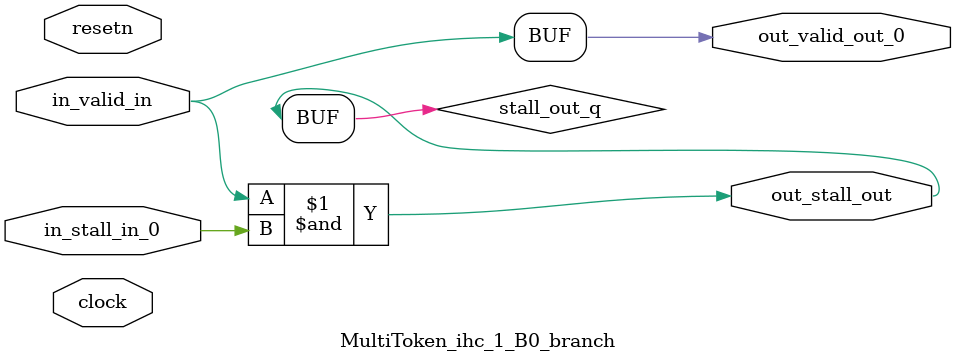
<source format=sv>



(* altera_attribute = "-name AUTO_SHIFT_REGISTER_RECOGNITION OFF; -name MESSAGE_DISABLE 10036; -name MESSAGE_DISABLE 10037; -name MESSAGE_DISABLE 14130; -name MESSAGE_DISABLE 14320; -name MESSAGE_DISABLE 15400; -name MESSAGE_DISABLE 14130; -name MESSAGE_DISABLE 10036; -name MESSAGE_DISABLE 12020; -name MESSAGE_DISABLE 12030; -name MESSAGE_DISABLE 12010; -name MESSAGE_DISABLE 12110; -name MESSAGE_DISABLE 14320; -name MESSAGE_DISABLE 13410; -name MESSAGE_DISABLE 113007; -name MESSAGE_DISABLE 10958" *)
module MultiToken_ihc_1_B0_branch (
    input wire [0:0] in_stall_in_0,
    input wire [0:0] in_valid_in,
    output wire [0:0] out_stall_out,
    output wire [0:0] out_valid_out_0,
    input wire clock,
    input wire resetn
    );

    wire [0:0] stall_out_q;


    // stall_out(LOGICAL,6)
    assign stall_out_q = in_valid_in & in_stall_in_0;

    // out_stall_out(GPOUT,4)
    assign out_stall_out = stall_out_q;

    // out_valid_out_0(GPOUT,5)
    assign out_valid_out_0 = in_valid_in;

endmodule

</source>
